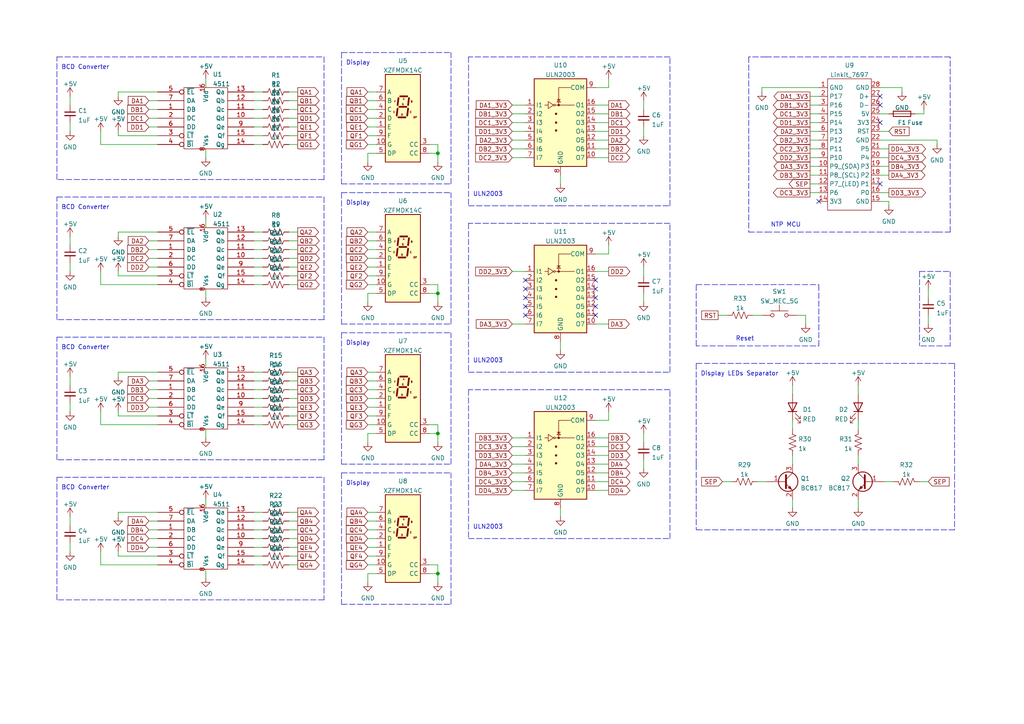
<source format=kicad_sch>
(kicad_sch (version 20211123) (generator eeschema)
  (paper "A4")
  (title_block (title "NTP Clock Project") (date "2022-01-29") (rev "1.0") (comment 1 "Design by: Nabinho") (comment 2 "> https://cretivecommons/licenses/by-sa/4.0/legalcode") (comment 3 "Creative Commons Attribution Share-Alike 4.0 License") (comment 4 "Released Under the"))
  (lib_symbols
    (symbol "4xxx_IEEE:4511" (pin_names (offset 0.762))
      (property "Reference" "U?" (at 3.81 12.7 0))
      (property "Value" "4511" (at 3.81 10.16 0))
      (symbol "4511_1_1"
        (pin input line (at -13.97 2.54 0) (length 7.62) (name "DB") (number "1"))
        (pin output line (at 13.97 0 180) (length 7.62) (name "Qd") (number "10"))
        (pin output line (at 13.97 2.54 180) (length 7.62) (name "Qc") (number "11"))
        (pin output line (at 13.97 5.08 180) (length 7.62) (name "Qb") (number "12"))
        (pin output line (at 13.97 7.62 180) (length 7.62) (name "Qa") (number "13"))
        (pin output line (at 13.97 -7.62 180) (length 7.62) (name "Qg") (number "14"))
        (pin output line (at 13.97 -5.08 180) (length 7.62) (name "Qf") (number "15"))
        (pin power_in line (at 0 8.89 270) (length 0) (name "Vdd") (number "16"))
        (pin input line (at -13.97 0 0) (length 7.62) (name "DC") (number "2"))
        (pin input inverted (at -13.97 -5.08 0) (length 7.62) (name "~{LT}") (number "3"))
        (pin input inverted (at -13.97 -7.62 0) (length 7.62) (name "~{BI}") (number "4"))
        (pin input inverted (at -13.97 7.62 0) (length 7.62) (name "~{EL}") (number "5"))
        (pin input line (at -13.97 -2.54 0) (length 7.62) (name "DD") (number "6"))
        (pin input line (at -13.97 5.08 0) (length 7.62) (name "DA") (number "7"))
        (pin power_in line (at 0 -8.89 90) (length 0) (name "Vss") (number "8"))
        (pin output line (at 13.97 -2.54 180) (length 7.62) (name "Qe") (number "9"))
      )
    )
    (symbol "Device:C_Small" (pin_numbers hide) (pin_names (offset 0.254) hide)
      (property "Reference" "C" (at 0.254 1.778 0))
      (property "Value" "C_Small" (at 0.254 -2.032 0))
      (symbol "C_Small_1_1"
        (pin passive line (at 0 2.54 270) (length 2.032) (name "~") (number "1"))
        (pin passive line (at 0 -2.54 90) (length 2.032) (name "~") (number "2"))
      )
    )
    (symbol "Device:Fuse" (pin_numbers hide) (pin_names (offset 0))
      (property "Reference" "F" (at 2.032 0 90))
      (property "Value" "Fuse" (at -1.905 0 90))
      (symbol "Fuse_1_1"
        (pin passive line (at 0 3.81 270) (length 1.27) (name "~") (number "1"))
        (pin passive line (at 0 -3.81 90) (length 1.27) (name "~") (number "2"))
      )
    )
    (symbol "Device:LED" (pin_numbers hide) (pin_names (offset 1.016) hide)
      (property "Reference" "D" (at 0 2.54 0))
      (property "Value" "LED" (at 0 -2.54 0))
      (symbol "LED_1_1"
        (pin passive line (at -3.81 0 0) (length 2.54) (name "K") (number "1"))
        (pin passive line (at 3.81 0 180) (length 2.54) (name "A") (number "2"))
      )
    )
    (symbol "Device:R_US" (pin_numbers hide) (pin_names (offset 0))
      (property "Reference" "R" (at 2.54 0 90))
      (property "Value" "R_US" (at -2.54 0 90))
      (symbol "R_US_1_1"
        (pin passive line (at 0 3.81 270) (length 1.27) (name "~") (number "1"))
        (pin passive line (at 0 -3.81 90) (length 1.27) (name "~") (number "2"))
      )
    )
    (symbol "Display_Character:D1X8K-14BL"
      (property "Reference" "U" (at -2.54 13.97 0))
      (property "Value" "D1X8K-14BL" (at 1.27 13.97 0))
      (symbol "D1X8K-14BL_0_0"
        (text "A" (at 0.254 5.588 0) (effects (font (size 0.508 0.508))))
        (text "B" (at 2.54 4.826 0) (effects (font (size 0.508 0.508))))
        (text "C" (at 2.286 1.778 0) (effects (font (size 0.508 0.508))))
        (text "D" (at -0.254 1.016 0) (effects (font (size 0.508 0.508))))
        (text "DP" (at 3.556 0.254 0) (effects (font (size 0.508 0.508))))
        (text "E" (at -2.54 1.778 0) (effects (font (size 0.508 0.508))))
        (text "F" (at -2.286 4.826 0) (effects (font (size 0.508 0.508))))
        (text "G" (at 0 4.064 0) (effects (font (size 0.508 0.508))))
      )
      (symbol "D1X8K-14BL_1_1"
        (pin input line (at -7.62 -2.54 0) (length 2.54) (name "E") (number "1"))
        (pin input line (at -7.62 -7.62 0) (length 2.54) (name "G") (number "10"))
        (pin input line (at -7.62 0 0) (length 2.54) (name "D") (number "2"))
        (pin input line (at 7.62 -7.62 180) (length 2.54) (name "CC") (number "3"))
        (pin input line (at -7.62 2.54 0) (length 2.54) (name "C") (number "4"))
        (pin input line (at -7.62 -10.16 0) (length 2.54) (name "DP") (number "5"))
        (pin input line (at -7.62 5.08 0) (length 2.54) (name "B") (number "6"))
        (pin input line (at -7.62 7.62 0) (length 2.54) (name "A") (number "7"))
        (pin input line (at 7.62 -10.16 180) (length 2.54) (name "CC") (number "8"))
        (pin input line (at -7.62 -5.08 0) (length 2.54) (name "F") (number "9"))
      )
    )
    (symbol "MCU_Nordic:Linkit_7697"
      (property "Reference" "U" (at 0 10.16 0))
      (property "Value" "Linkit_7697" (at 0 7.62 0))
      (symbol "Linkit_7697_1_1"
        (pin input line (at -8.89 3.81 0) (length 2.54) (name "GND") (number "1"))
        (pin input line (at -8.89 -19.05 0) (length 2.54) (name "P9_(SDA)") (number "10"))
        (pin input line (at -8.89 -21.59 0) (length 2.54) (name "P8_(SCL)") (number "11"))
        (pin input line (at -8.89 -24.13 0) (length 2.54) (name "P7_(LED)") (number "12"))
        (pin input line (at -8.89 -26.67 0) (length 2.54) (name "P6") (number "13"))
        (pin input line (at -8.89 -29.21 0) (length 2.54) (name "3V3") (number "14"))
        (pin input line (at 8.89 -29.21 180) (length 2.54) (name "GND") (number "15"))
        (pin input line (at 8.89 -26.67 180) (length 2.54) (name "P0") (number "16"))
        (pin input line (at 8.89 -24.13 180) (length 2.54) (name "P1") (number "17"))
        (pin input line (at 8.89 -21.59 180) (length 2.54) (name "P2") (number "18"))
        (pin input line (at 8.89 -19.05 180) (length 2.54) (name "P3") (number "19"))
        (pin input line (at -8.89 1.27 0) (length 2.54) (name "P17") (number "2"))
        (pin input line (at 8.89 -16.51 180) (length 2.54) (name "P4") (number "20"))
        (pin input line (at 8.89 -13.97 180) (length 2.54) (name "P5") (number "21"))
        (pin input line (at 8.89 -11.43 180) (length 2.54) (name "GND") (number "22"))
        (pin input line (at 8.89 -8.89 180) (length 2.54) (name "RST") (number "23"))
        (pin input line (at 8.89 -6.35 180) (length 2.54) (name "3V3") (number "24"))
        (pin input line (at 8.89 -3.81 180) (length 2.54) (name "5V") (number "25"))
        (pin input line (at 8.89 -1.27 180) (length 2.54) (name "D-") (number "26"))
        (pin input line (at 8.89 1.27 180) (length 2.54) (name "D+") (number "27"))
        (pin input line (at 8.89 3.81 180) (length 2.54) (name "GND") (number "28"))
        (pin input line (at -8.89 -1.27 0) (length 2.54) (name "P16") (number "3"))
        (pin input line (at -8.89 -3.81 0) (length 2.54) (name "P15") (number "4"))
        (pin input line (at -8.89 -6.35 0) (length 2.54) (name "P14") (number "5"))
        (pin input line (at -8.89 -8.89 0) (length 2.54) (name "P13") (number "6"))
        (pin input line (at -8.89 -11.43 0) (length 2.54) (name "P12") (number "7"))
        (pin input line (at -8.89 -13.97 0) (length 2.54) (name "P11") (number "8"))
        (pin input line (at -8.89 -16.51 0) (length 2.54) (name "P10") (number "9"))
      )
    )
    (symbol "Switch:SW_MEC_5G" (pin_numbers hide) (pin_names (offset 1.016) hide)
      (property "Reference" "SW" (at 1.27 2.54 0))
      (property "Value" "SW_MEC_5G" (at 0 -1.524 0))
      (symbol "SW_MEC_5G_0_1"
        (pin passive line (at -5.08 0 0) (length 2.54) (name "A") (number "1"))
        (pin passive line (at 5.08 0 180) (length 2.54) (name "B") (number "3"))
      )
      (symbol "SW_MEC_5G_1_1"
        (pin passive line (at -5.08 0 0) (length 2.54) hide (name "A") (number "2"))
        (pin passive line (at 5.08 0 180) (length 2.54) hide (name "B") (number "4"))
      )
    )
    (symbol "Transistor_Array:ULN2003"
      (property "Reference" "U" (at 0 15.875 0))
      (property "Value" "ULN2003" (at 0 13.97 0))
      (symbol "ULN2003_1_1"
        (pin input line (at -10.16 5.08 0) (length 2.54) (name "I1") (number "1"))
        (pin open_collector line (at 10.16 -10.16 180) (length 2.54) (name "O7") (number "10"))
        (pin open_collector line (at 10.16 -7.62 180) (length 2.54) (name "O6") (number "11"))
        (pin open_collector line (at 10.16 -5.08 180) (length 2.54) (name "O5") (number "12"))
        (pin open_collector line (at 10.16 -2.54 180) (length 2.54) (name "O4") (number "13"))
        (pin open_collector line (at 10.16 0 180) (length 2.54) (name "O3") (number "14"))
        (pin open_collector line (at 10.16 2.54 180) (length 2.54) (name "O2") (number "15"))
        (pin open_collector line (at 10.16 5.08 180) (length 2.54) (name "O1") (number "16"))
        (pin input line (at -10.16 2.54 0) (length 2.54) (name "I2") (number "2"))
        (pin input line (at -10.16 0 0) (length 2.54) (name "I3") (number "3"))
        (pin input line (at -10.16 -2.54 0) (length 2.54) (name "I4") (number "4"))
        (pin input line (at -10.16 -5.08 0) (length 2.54) (name "I5") (number "5"))
        (pin input line (at -10.16 -7.62 0) (length 2.54) (name "I6") (number "6"))
        (pin input line (at -10.16 -10.16 0) (length 2.54) (name "I7") (number "7"))
        (pin power_in line (at 0 -15.24 90) (length 2.54) (name "GND") (number "8"))
        (pin passive line (at 10.16 10.16 180) (length 2.54) (name "COM") (number "9"))
      )
    )
    (symbol "Transistor_BJT:BC817" (pin_names (offset 0) hide)
      (property "Reference" "Q" (at 5.08 1.905 0))
      (property "Value" "BC817" (at 5.08 0 0))
      (symbol "BC817_1_1"
        (pin input line (at -5.08 0 0) (length 5.715) (name "B") (number "1"))
        (pin passive line (at 2.54 -5.08 90) (length 2.54) (name "E") (number "2"))
        (pin passive line (at 2.54 5.08 270) (length 2.54) (name "C") (number "3"))
      )
    )
    (symbol "power:+5V" (power) (pin_names (offset 0))
      (property "Value" "+5V" (at 0 3.556 0))
      (symbol "+5V_1_1"
        (pin power_in line (at 0 0 90) (length 0) hide (name "+5V") (number "1"))
      )
    )
    (symbol "power:GND" (power) (pin_names (offset 0))
      (property "Value" "GND" (at 0 -3.81 0))
      (symbol "GND_1_1"
        (pin power_in line (at 0 0 270) (length 0) hide (name "GND") (number "1"))
      )
    )
  )
  (junction (at 127 85.09))
  (junction (at 127 166.37))
  (junction (at 127 44.45))
  (junction (at 127 125.73))
  (no_connect (at 255.27 53.34))
  (no_connect (at 152.4 81.28))
  (no_connect (at 152.4 83.82))
  (no_connect (at 152.4 86.36))
  (no_connect (at 152.4 88.9))
  (no_connect (at 152.4 91.44))
  (no_connect (at 172.72 91.44))
  (no_connect (at 172.72 88.9))
  (no_connect (at 172.72 86.36))
  (no_connect (at 172.72 83.82))
  (no_connect (at 172.72 81.28))
  (no_connect (at 255.27 35.56))
  (no_connect (at 237.49 58.42))
  (no_connect (at 255.27 27.94))
  (no_connect (at 255.27 30.48))
  (wire (pts (xy 73.66 74.93) (xy 76.2 74.93)))
  (wire (pts (xy 127 123.19) (xy 127 125.73)))
  (wire (pts (xy 124.46 125.73) (xy 127 125.73)))
  (wire (pts (xy 83.82 115.57) (xy 86.36 115.57)))
  (polyline (pts (xy 135.89 16.51) (xy 135.89 59.69)))
  (wire (pts (xy 43.18 31.75) (xy 45.72 31.75)))
  (wire (pts (xy 148.59 33.02) (xy 152.4 33.02)))
  (wire (pts (xy 83.82 113.03) (xy 86.36 113.03)))
  (wire (pts (xy 148.59 127) (xy 152.4 127)))
  (wire (pts (xy 106.68 80.01) (xy 109.22 80.01)))
  (polyline (pts (xy 16.51 92.71) (xy 16.51 57.15)))
  (polyline (pts (xy 194.31 113.03) (xy 135.89 113.03)))
  (wire (pts (xy 248.92 121.92) (xy 248.92 124.46)))
  (wire (pts (xy 148.59 38.1) (xy 152.4 38.1)))
  (wire (pts (xy 106.68 29.21) (xy 109.22 29.21)))
  (wire (pts (xy 248.92 132.08) (xy 248.92 134.62)))
  (polyline (pts (xy 93.98 16.51) (xy 93.98 52.07)))
  (wire (pts (xy 234.95 48.26) (xy 237.49 48.26)))
  (wire (pts (xy 73.66 120.65) (xy 76.2 120.65)))
  (wire (pts (xy 176.53 25.4) (xy 172.72 25.4)))
  (wire (pts (xy 271.78 40.64) (xy 271.78 41.91)))
  (wire (pts (xy 172.72 43.18) (xy 176.53 43.18)))
  (polyline (pts (xy 130.81 53.34) (xy 130.81 15.24)))
  (wire (pts (xy 148.59 93.98) (xy 152.4 93.98)))
  (wire (pts (xy 73.66 163.83) (xy 76.2 163.83)))
  (wire (pts (xy 186.69 29.21) (xy 186.69 31.75)))
  (wire (pts (xy 106.68 34.29) (xy 109.22 34.29)))
  (wire (pts (xy 176.53 73.66) (xy 172.72 73.66)))
  (wire (pts (xy 83.82 29.21) (xy 86.36 29.21)))
  (wire (pts (xy 43.18 158.75) (xy 45.72 158.75)))
  (wire (pts (xy 124.46 163.83) (xy 127 163.83)))
  (wire (pts (xy 127 125.73) (xy 127 128.27)))
  (wire (pts (xy 43.18 74.93) (xy 45.72 74.93)))
  (polyline (pts (xy 276.86 153.67) (xy 201.93 153.67)))
  (wire (pts (xy 233.68 93.98) (xy 233.68 91.44)))
  (wire (pts (xy 34.29 120.65) (xy 34.29 119.38)))
  (polyline (pts (xy 99.06 96.52) (xy 130.81 96.52)))
  (polyline (pts (xy 217.17 16.51) (xy 217.17 67.31)))
  (wire (pts (xy 127 85.09) (xy 127 87.63)))
  (wire (pts (xy 106.68 31.75) (xy 109.22 31.75)))
  (polyline (pts (xy 222.25 67.31) (xy 271.78 67.31)))
  (polyline (pts (xy 162.56 59.69) (xy 194.31 59.69)))
  (polyline (pts (xy 99.06 137.16) (xy 99.06 175.26)))
  (polyline (pts (xy 212.09 82.55) (xy 237.49 82.55)))
  (wire (pts (xy 59.69 83.82) (xy 59.69 86.36)))
  (polyline (pts (xy 59.69 138.43) (xy 93.98 138.43)))
  (wire (pts (xy 43.18 29.21) (xy 45.72 29.21)))
  (wire (pts (xy 248.92 111.76) (xy 248.92 114.3)))
  (wire (pts (xy 176.53 121.92) (xy 172.72 121.92)))
  (polyline (pts (xy 237.49 100.33) (xy 237.49 82.55)))
  (wire (pts (xy 83.82 156.21) (xy 86.36 156.21)))
  (polyline (pts (xy 275.59 100.33) (xy 266.7 100.33)))
  (wire (pts (xy 73.66 77.47) (xy 76.2 77.47)))
  (wire (pts (xy 148.59 43.18) (xy 152.4 43.18)))
  (polyline (pts (xy 99.06 96.52) (xy 99.06 134.62)))
  (wire (pts (xy 20.32 68.58) (xy 20.32 71.12)))
  (wire (pts (xy 220.98 25.4) (xy 220.98 26.67)))
  (wire (pts (xy 43.18 115.57) (xy 45.72 115.57)))
  (polyline (pts (xy 275.59 67.31) (xy 275.59 16.51)))
  (wire (pts (xy 106.68 148.59) (xy 109.22 148.59)))
  (wire (pts (xy 255.27 45.72) (xy 257.81 45.72)))
  (polyline (pts (xy 130.81 134.62) (xy 130.81 96.52)))
  (wire (pts (xy 248.92 144.78) (xy 248.92 147.32)))
  (wire (pts (xy 186.69 77.47) (xy 186.69 80.01)))
  (wire (pts (xy 34.29 67.31) (xy 45.72 67.31)))
  (wire (pts (xy 255.27 38.1) (xy 257.81 38.1)))
  (polyline (pts (xy 201.93 100.33) (xy 201.93 82.55)))
  (wire (pts (xy 83.82 26.67) (xy 86.36 26.67)))
  (wire (pts (xy 43.18 113.03) (xy 45.72 113.03)))
  (wire (pts (xy 267.97 33.02) (xy 267.97 31.75)))
  (polyline (pts (xy 212.09 100.33) (xy 237.49 100.33)))
  (wire (pts (xy 43.18 77.47) (xy 45.72 77.47)))
  (wire (pts (xy 255.27 55.88) (xy 257.81 55.88)))
  (wire (pts (xy 124.46 123.19) (xy 127 123.19)))
  (wire (pts (xy 43.18 36.83) (xy 45.72 36.83)))
  (wire (pts (xy 43.18 118.11) (xy 45.72 118.11)))
  (wire (pts (xy 73.66 69.85) (xy 76.2 69.85)))
  (wire (pts (xy 234.95 53.34) (xy 237.49 53.34)))
  (wire (pts (xy 73.66 110.49) (xy 76.2 110.49)))
  (wire (pts (xy 73.66 80.01) (xy 76.2 80.01)))
  (wire (pts (xy 106.68 151.13) (xy 109.22 151.13)))
  (wire (pts (xy 29.21 41.91) (xy 29.21 38.1)))
  (wire (pts (xy 20.32 27.94) (xy 20.32 30.48)))
  (wire (pts (xy 59.69 43.18) (xy 59.69 45.72)))
  (wire (pts (xy 34.29 80.01) (xy 34.29 78.74)))
  (wire (pts (xy 233.68 91.44) (xy 231.14 91.44)))
  (wire (pts (xy 20.32 109.22) (xy 20.32 111.76)))
  (wire (pts (xy 73.66 158.75) (xy 76.2 158.75)))
  (wire (pts (xy 43.18 151.13) (xy 45.72 151.13)))
  (wire (pts (xy 83.82 36.83) (xy 86.36 36.83)))
  (polyline (pts (xy 93.98 57.15) (xy 93.98 92.71)))
  (polyline (pts (xy 59.69 16.51) (xy 93.98 16.51)))
  (wire (pts (xy 73.66 107.95) (xy 76.2 107.95)))
  (wire (pts (xy 208.28 91.44) (xy 210.82 91.44)))
  (wire (pts (xy 186.69 125.73) (xy 186.69 128.27)))
  (polyline (pts (xy 99.06 55.88) (xy 99.06 93.98)))
  (wire (pts (xy 20.32 35.56) (xy 20.32 38.1)))
  (wire (pts (xy 73.66 148.59) (xy 76.2 148.59)))
  (wire (pts (xy 219.71 139.7) (xy 222.25 139.7)))
  (wire (pts (xy 83.82 72.39) (xy 86.36 72.39)))
  (polyline (pts (xy 135.89 64.77) (xy 135.89 107.95)))
  (polyline (pts (xy 99.06 15.24) (xy 99.06 53.34)))
  (wire (pts (xy 172.72 137.16) (xy 176.53 137.16)))
  (wire (pts (xy 234.95 55.88) (xy 237.49 55.88)))
  (wire (pts (xy 255.27 50.8) (xy 257.81 50.8)))
  (wire (pts (xy 209.55 139.7) (xy 212.09 139.7)))
  (polyline (pts (xy 99.06 175.26) (xy 130.81 175.26)))
  (wire (pts (xy 34.29 148.59) (xy 34.29 149.86)))
  (wire (pts (xy 73.66 41.91) (xy 76.2 41.91)))
  (wire (pts (xy 257.81 58.42) (xy 257.81 59.69)))
  (wire (pts (xy 73.66 123.19) (xy 76.2 123.19)))
  (wire (pts (xy 34.29 67.31) (xy 34.29 68.58)))
  (polyline (pts (xy 276.86 105.41) (xy 276.86 153.67)))
  (polyline (pts (xy 135.89 107.95) (xy 162.56 107.95)))
  (wire (pts (xy 106.68 74.93) (xy 109.22 74.93)))
  (polyline (pts (xy 275.59 16.51) (xy 271.78 16.51)))
  (polyline (pts (xy 16.51 57.15) (xy 59.69 57.15)))
  (polyline (pts (xy 99.06 134.62) (xy 130.81 134.62)))
  (polyline (pts (xy 99.06 53.34) (xy 130.81 53.34)))
  (wire (pts (xy 45.72 120.65) (xy 34.29 120.65)))
  (wire (pts (xy 186.69 133.35) (xy 186.69 135.89)))
  (wire (pts (xy 83.82 158.75) (xy 86.36 158.75)))
  (wire (pts (xy 106.68 82.55) (xy 109.22 82.55)))
  (wire (pts (xy 34.29 107.95) (xy 34.29 109.22)))
  (polyline (pts (xy 93.98 97.79) (xy 93.98 133.35)))
  (wire (pts (xy 73.66 72.39) (xy 76.2 72.39)))
  (wire (pts (xy 148.59 139.7) (xy 152.4 139.7)))
  (wire (pts (xy 106.68 156.21) (xy 109.22 156.21)))
  (wire (pts (xy 73.66 29.21) (xy 76.2 29.21)))
  (wire (pts (xy 83.82 39.37) (xy 86.36 39.37)))
  (wire (pts (xy 148.59 142.24) (xy 152.4 142.24)))
  (polyline (pts (xy 99.06 93.98) (xy 130.81 93.98)))
  (wire (pts (xy 59.69 124.46) (xy 59.69 127)))
  (wire (pts (xy 124.46 166.37) (xy 127 166.37)))
  (polyline (pts (xy 16.51 52.07) (xy 16.51 16.51)))
  (polyline (pts (xy 16.51 16.51) (xy 59.69 16.51)))
  (wire (pts (xy 29.21 163.83) (xy 29.21 160.02)))
  (wire (pts (xy 106.68 77.47) (xy 109.22 77.47)))
  (wire (pts (xy 34.29 107.95) (xy 45.72 107.95)))
  (wire (pts (xy 59.69 144.78) (xy 59.69 147.32)))
  (polyline (pts (xy 130.81 175.26) (xy 130.81 137.16)))
  (wire (pts (xy 106.68 118.11) (xy 109.22 118.11)))
  (wire (pts (xy 20.32 149.86) (xy 20.32 152.4)))
  (wire (pts (xy 172.72 142.24) (xy 176.53 142.24)))
  (wire (pts (xy 83.82 67.31) (xy 86.36 67.31)))
  (wire (pts (xy 106.68 67.31) (xy 109.22 67.31)))
  (wire (pts (xy 124.46 82.55) (xy 127 82.55)))
  (wire (pts (xy 234.95 45.72) (xy 237.49 45.72)))
  (polyline (pts (xy 194.31 156.21) (xy 194.31 113.03)))
  (polyline (pts (xy 194.31 59.69) (xy 194.31 16.51)))
  (wire (pts (xy 172.72 132.08) (xy 176.53 132.08)))
  (polyline (pts (xy 194.31 107.95) (xy 194.31 64.77)))
  (wire (pts (xy 45.72 41.91) (xy 29.21 41.91)))
  (wire (pts (xy 20.32 116.84) (xy 20.32 119.38)))
  (wire (pts (xy 106.68 110.49) (xy 109.22 110.49)))
  (wire (pts (xy 234.95 38.1) (xy 237.49 38.1)))
  (wire (pts (xy 176.53 71.12) (xy 176.53 73.66)))
  (polyline (pts (xy 271.78 16.51) (xy 222.25 16.51)))
  (wire (pts (xy 127 41.91) (xy 127 44.45)))
  (polyline (pts (xy 16.51 173.99) (xy 16.51 138.43)))
  (wire (pts (xy 176.53 119.38) (xy 176.53 121.92)))
  (polyline (pts (xy 93.98 52.07) (xy 16.51 52.07)))
  (wire (pts (xy 59.69 63.5) (xy 59.69 66.04)))
  (wire (pts (xy 127 82.55) (xy 127 85.09)))
  (wire (pts (xy 106.68 153.67) (xy 109.22 153.67)))
  (wire (pts (xy 73.66 34.29) (xy 76.2 34.29)))
  (wire (pts (xy 255.27 48.26) (xy 257.81 48.26)))
  (wire (pts (xy 106.68 163.83) (xy 109.22 163.83)))
  (polyline (pts (xy 201.93 82.55) (xy 212.09 82.55)))
  (polyline (pts (xy 212.09 100.33) (xy 201.93 100.33)))
  (polyline (pts (xy 275.59 78.74) (xy 275.59 100.33)))
  (wire (pts (xy 124.46 41.91) (xy 127 41.91)))
  (wire (pts (xy 73.66 26.67) (xy 76.2 26.67)))
  (wire (pts (xy 229.87 132.08) (xy 229.87 134.62)))
  (wire (pts (xy 148.59 45.72) (xy 152.4 45.72)))
  (wire (pts (xy 234.95 43.18) (xy 237.49 43.18)))
  (wire (pts (xy 172.72 78.74) (xy 176.53 78.74)))
  (wire (pts (xy 148.59 129.54) (xy 152.4 129.54)))
  (wire (pts (xy 106.68 41.91) (xy 109.22 41.91)))
  (wire (pts (xy 229.87 121.92) (xy 229.87 124.46)))
  (wire (pts (xy 59.69 165.1) (xy 59.69 167.64)))
  (wire (pts (xy 29.21 123.19) (xy 29.21 119.38)))
  (wire (pts (xy 234.95 40.64) (xy 237.49 40.64)))
  (polyline (pts (xy 271.78 67.31) (xy 275.59 67.31)))
  (wire (pts (xy 83.82 107.95) (xy 86.36 107.95)))
  (wire (pts (xy 73.66 31.75) (xy 76.2 31.75)))
  (wire (pts (xy 162.56 50.8) (xy 162.56 53.34)))
  (wire (pts (xy 172.72 93.98) (xy 176.53 93.98)))
  (wire (pts (xy 172.72 45.72) (xy 176.53 45.72)))
  (polyline (pts (xy 135.89 156.21) (xy 162.56 156.21)))
  (wire (pts (xy 83.82 41.91) (xy 86.36 41.91)))
  (wire (pts (xy 83.82 148.59) (xy 86.36 148.59)))
  (wire (pts (xy 106.68 120.65) (xy 109.22 120.65)))
  (wire (pts (xy 34.29 26.67) (xy 45.72 26.67)))
  (wire (pts (xy 45.72 80.01) (xy 34.29 80.01)))
  (wire (pts (xy 255.27 40.64) (xy 271.78 40.64)))
  (wire (pts (xy 106.68 158.75) (xy 109.22 158.75)))
  (wire (pts (xy 234.95 50.8) (xy 237.49 50.8)))
  (wire (pts (xy 106.68 36.83) (xy 109.22 36.83)))
  (wire (pts (xy 148.59 40.64) (xy 152.4 40.64)))
  (wire (pts (xy 73.66 67.31) (xy 76.2 67.31)))
  (wire (pts (xy 269.24 91.44) (xy 269.24 93.98)))
  (wire (pts (xy 234.95 33.02) (xy 237.49 33.02)))
  (wire (pts (xy 172.72 127) (xy 176.53 127)))
  (wire (pts (xy 259.08 139.7) (xy 256.54 139.7)))
  (wire (pts (xy 109.22 44.45) (xy 106.68 44.45)))
  (polyline (pts (xy 99.06 55.88) (xy 130.81 55.88)))
  (polyline (pts (xy 99.06 137.16) (xy 130.81 137.16)))
  (wire (pts (xy 218.44 91.44) (xy 220.98 91.44)))
  (wire (pts (xy 73.66 113.03) (xy 76.2 113.03)))
  (wire (pts (xy 106.68 123.19) (xy 109.22 123.19)))
  (wire (pts (xy 265.43 33.02) (xy 267.97 33.02)))
  (wire (pts (xy 43.18 34.29) (xy 45.72 34.29)))
  (polyline (pts (xy 59.69 57.15) (xy 93.98 57.15)))
  (wire (pts (xy 83.82 120.65) (xy 86.36 120.65)))
  (wire (pts (xy 45.72 39.37) (xy 34.29 39.37)))
  (wire (pts (xy 73.66 115.57) (xy 76.2 115.57)))
  (wire (pts (xy 83.82 82.55) (xy 86.36 82.55)))
  (wire (pts (xy 148.59 35.56) (xy 152.4 35.56)))
  (wire (pts (xy 73.66 36.83) (xy 76.2 36.83)))
  (polyline (pts (xy 194.31 16.51) (xy 135.89 16.51)))
  (wire (pts (xy 148.59 30.48) (xy 152.4 30.48)))
  (polyline (pts (xy 201.93 134.62) (xy 201.93 153.67)))
  (wire (pts (xy 83.82 118.11) (xy 86.36 118.11)))
  (wire (pts (xy 261.62 25.4) (xy 255.27 25.4)))
  (polyline (pts (xy 217.17 67.31) (xy 222.25 67.31)))
  (polyline (pts (xy 222.25 16.51) (xy 217.17 16.51)))
  (wire (pts (xy 73.66 39.37) (xy 76.2 39.37)))
  (polyline (pts (xy 93.98 173.99) (xy 16.51 173.99)))
  (wire (pts (xy 43.18 72.39) (xy 45.72 72.39)))
  (wire (pts (xy 255.27 58.42) (xy 257.81 58.42)))
  (polyline (pts (xy 162.56 156.21) (xy 194.31 156.21)))
  (wire (pts (xy 172.72 33.02) (xy 176.53 33.02)))
  (wire (pts (xy 34.29 161.29) (xy 34.29 160.02)))
  (wire (pts (xy 106.68 125.73) (xy 106.68 128.27)))
  (wire (pts (xy 255.27 43.18) (xy 257.81 43.18)))
  (polyline (pts (xy 135.89 59.69) (xy 162.56 59.69)))
  (polyline (pts (xy 135.89 113.03) (xy 135.89 156.21)))
  (wire (pts (xy 73.66 156.21) (xy 76.2 156.21)))
  (wire (pts (xy 43.18 156.21) (xy 45.72 156.21)))
  (wire (pts (xy 106.68 44.45) (xy 106.68 46.99)))
  (polyline (pts (xy 266.7 78.74) (xy 275.59 78.74)))
  (wire (pts (xy 83.82 153.67) (xy 86.36 153.67)))
  (polyline (pts (xy 16.51 133.35) (xy 16.51 97.79)))
  (wire (pts (xy 172.72 139.7) (xy 176.53 139.7)))
  (wire (pts (xy 73.66 161.29) (xy 76.2 161.29)))
  (wire (pts (xy 83.82 31.75) (xy 86.36 31.75)))
  (wire (pts (xy 45.72 161.29) (xy 34.29 161.29)))
  (wire (pts (xy 73.66 151.13) (xy 76.2 151.13)))
  (wire (pts (xy 83.82 123.19) (xy 86.36 123.19)))
  (wire (pts (xy 229.87 144.78) (xy 229.87 147.32)))
  (wire (pts (xy 229.87 111.76) (xy 229.87 114.3)))
  (wire (pts (xy 148.59 132.08) (xy 152.4 132.08)))
  (wire (pts (xy 124.46 85.09) (xy 127 85.09)))
  (wire (pts (xy 162.56 99.06) (xy 162.56 101.6)))
  (wire (pts (xy 34.29 39.37) (xy 34.29 38.1)))
  (wire (pts (xy 45.72 82.55) (xy 29.21 82.55)))
  (wire (pts (xy 261.62 26.67) (xy 261.62 25.4)))
  (wire (pts (xy 83.82 74.93) (xy 86.36 74.93)))
  (wire (pts (xy 83.82 161.29) (xy 86.36 161.29)))
  (wire (pts (xy 176.53 22.86) (xy 176.53 25.4)))
  (wire (pts (xy 59.69 22.86) (xy 59.69 25.4)))
  (wire (pts (xy 106.68 113.03) (xy 109.22 113.03)))
  (wire (pts (xy 234.95 27.94) (xy 237.49 27.94)))
  (wire (pts (xy 20.32 157.48) (xy 20.32 160.02)))
  (wire (pts (xy 20.32 76.2) (xy 20.32 78.74)))
  (wire (pts (xy 83.82 77.47) (xy 86.36 77.47)))
  (wire (pts (xy 172.72 134.62) (xy 176.53 134.62)))
  (wire (pts (xy 34.29 26.67) (xy 34.29 27.94)))
  (wire (pts (xy 127 163.83) (xy 127 166.37)))
  (wire (pts (xy 172.72 30.48) (xy 176.53 30.48)))
  (wire (pts (xy 172.72 38.1) (xy 176.53 38.1)))
  (wire (pts (xy 83.82 151.13) (xy 86.36 151.13)))
  (wire (pts (xy 234.95 30.48) (xy 237.49 30.48)))
  (wire (pts (xy 29.21 82.55) (xy 29.21 78.74)))
  (wire (pts (xy 106.68 69.85) (xy 109.22 69.85)))
  (wire (pts (xy 106.68 161.29) (xy 109.22 161.29)))
  (wire (pts (xy 172.72 129.54) (xy 176.53 129.54)))
  (wire (pts (xy 127 44.45) (xy 127 46.99)))
  (wire (pts (xy 106.68 85.09) (xy 106.68 87.63)))
  (wire (pts (xy 148.59 78.74) (xy 152.4 78.74)))
  (wire (pts (xy 34.29 148.59) (xy 45.72 148.59)))
  (wire (pts (xy 73.66 153.67) (xy 76.2 153.67)))
  (wire (pts (xy 83.82 110.49) (xy 86.36 110.49)))
  (wire (pts (xy 255.27 33.02) (xy 257.81 33.02)))
  (wire (pts (xy 106.68 26.67) (xy 109.22 26.67)))
  (polyline (pts (xy 59.69 97.79) (xy 93.98 97.79)))
  (polyline (pts (xy 266.7 78.74) (xy 266.7 100.33)))
  (wire (pts (xy 186.69 36.83) (xy 186.69 39.37)))
  (wire (pts (xy 73.66 118.11) (xy 76.2 118.11)))
  (wire (pts (xy 43.18 110.49) (xy 45.72 110.49)))
  (wire (pts (xy 269.24 83.82) (xy 269.24 86.36)))
  (wire (pts (xy 43.18 69.85) (xy 45.72 69.85)))
  (wire (pts (xy 106.68 166.37) (xy 106.68 168.91)))
  (polyline (pts (xy 201.93 105.41) (xy 276.86 105.41)))
  (wire (pts (xy 186.69 85.09) (xy 186.69 87.63)))
  (wire (pts (xy 106.68 72.39) (xy 109.22 72.39)))
  (polyline (pts (xy 16.51 138.43) (xy 59.69 138.43)))
  (wire (pts (xy 106.68 115.57) (xy 109.22 115.57)))
  (wire (pts (xy 148.59 137.16) (xy 152.4 137.16)))
  (wire (pts (xy 83.82 34.29) (xy 86.36 34.29)))
  (polyline (pts (xy 93.98 138.43) (xy 93.98 173.99)))
  (wire (pts (xy 45.72 163.83) (xy 29.21 163.83)))
  (wire (pts (xy 109.22 166.37) (xy 106.68 166.37)))
  (polyline (pts (xy 130.81 93.98) (xy 130.81 55.88)))
  (wire (pts (xy 109.22 125.73) (xy 106.68 125.73)))
  (wire (pts (xy 234.95 35.56) (xy 237.49 35.56)))
  (wire (pts (xy 172.72 35.56) (xy 176.53 35.56)))
  (wire (pts (xy 269.24 139.7) (xy 266.7 139.7)))
  (wire (pts (xy 43.18 153.67) (xy 45.72 153.67)))
  (wire (pts (xy 73.66 82.55) (xy 76.2 82.55)))
  (wire (pts (xy 59.69 104.14) (xy 59.69 106.68)))
  (wire (pts (xy 172.72 40.64) (xy 176.53 40.64)))
  (polyline (pts (xy 16.51 97.79) (xy 59.69 97.79)))
  (wire (pts (xy 109.22 85.09) (xy 106.68 85.09)))
  (wire (pts (xy 106.68 107.95) (xy 109.22 107.95)))
  (wire (pts (xy 127 166.37) (xy 127 168.91)))
  (polyline (pts (xy 93.98 133.35) (xy 16.51 133.35)))
  (wire (pts (xy 148.59 134.62) (xy 152.4 134.62)))
  (polyline (pts (xy 201.93 134.62) (xy 201.93 105.41)))
  (wire (pts (xy 83.82 80.01) (xy 86.36 80.01)))
  (wire (pts (xy 237.49 25.4) (xy 220.98 25.4)))
  (wire (pts (xy 162.56 147.32) (xy 162.56 149.86)))
  (polyline (pts (xy 93.98 92.71) (xy 16.51 92.71)))
  (polyline (pts (xy 162.56 107.95) (xy 194.31 107.95)))
  (wire (pts (xy 45.72 123.19) (xy 29.21 123.19)))
  (wire (pts (xy 106.68 39.37) (xy 109.22 39.37)))
  (wire (pts (xy 83.82 163.83) (xy 86.36 163.83)))
  (wire (pts (xy 83.82 69.85) (xy 86.36 69.85)))
  (polyline (pts (xy 99.06 15.24) (xy 130.81 15.24)))
  (polyline (pts (xy 194.31 64.77) (xy 135.89 64.77)))
  (wire (pts (xy 124.46 44.45) (xy 127 44.45)))
  (text "ULN2003" (at 137.16 105.41 0) (effects (font (size 1.27 1.27)) (justify left bottom)))
  (text "Display" (at 100.33 100.33 0) (effects (font (size 1.27 1.27)) (justify left bottom)))
  (text "Reset" (at 213.36 99.06 0) (effects (font (size 1.27 1.27)) (justify left bottom)))
  (text "ULN2003" (at 137.16 153.67 0) (effects (font (size 1.27 1.27)) (justify left bottom)))
  (text "Display" (at 100.33 140.97 0) (effects (font (size 1.27 1.27)) (justify left bottom)))
  (text "BCD Converter" (at 17.78 142.24 0) (effects (font (size 1.27 1.27)) (justify left bottom)))
  (text "NTP MCU" (at 223.52 66.04 0) (effects (font (size 1.27 1.27)) (justify left bottom)))
  (text "ULN2003" (at 137.16 57.15 0) (effects (font (size 1.27 1.27)) (justify left bottom)))
  (text "BCD Converter" (at 17.78 60.96 0) (effects (font (size 1.27 1.27)) (justify left bottom)))
  (text "Display LEDs Separator" (at 203.2 109.22 0) (effects (font (size 1.27 1.27)) (justify left bottom)))
  (text "BCD Converter" (at 17.78 20.32 0) (effects (font (size 1.27 1.27)) (justify left bottom)))
  (text "Display" (at 100.33 19.05 0) (effects (font (size 1.27 1.27)) (justify left bottom)))
  (text "Display" (at 100.33 59.69 0) (effects (font (size 1.27 1.27)) (justify left bottom)))
  (text "BCD Converter" (at 17.78 101.6 0) (effects (font (size 1.27 1.27)) (justify left bottom)))
  (global_label "QF3" (shape input) (at 106.68 120.65 180) (property "Intersheet References" "${INTERSHEET_REFS}" (effects hide)))
  (global_label "QA2" (shape output) (at 86.36 67.31 0) (property "Intersheet References" "${INTERSHEET_REFS}" (effects hide)))
  (global_label "QD3" (shape output) (at 86.36 115.57 0) (property "Intersheet References" "${INTERSHEET_REFS}" (effects hide)))
  (global_label "DD4_3V3" (shape output) (at 257.81 43.18 0) (property "Intersheet References" "${INTERSHEET_REFS}" (effects hide)))
  (global_label "QF1" (shape output) (at 86.36 39.37 0) (property "Intersheet References" "${INTERSHEET_REFS}" (effects hide)))
  (global_label "DB3" (shape input) (at 43.18 113.03 180) (property "Intersheet References" "${INTERSHEET_REFS}" (effects hide)))
  (global_label "QG1" (shape output) (at 86.36 41.91 0) (property "Intersheet References" "${INTERSHEET_REFS}" (effects hide)))
  (global_label "DC3_3V3" (shape input) (at 148.59 129.54 180) (property "Intersheet References" "${INTERSHEET_REFS}" (effects hide)))
  (global_label "QD4" (shape input) (at 106.68 156.21 180) (property "Intersheet References" "${INTERSHEET_REFS}" (effects hide)))
  (global_label "QA2" (shape input) (at 106.68 67.31 180) (property "Intersheet References" "${INTERSHEET_REFS}" (effects hide)))
  (global_label "DC1_3V3" (shape output) (at 234.95 33.02 180) (property "Intersheet References" "${INTERSHEET_REFS}" (effects hide)))
  (global_label "QD1" (shape output) (at 86.36 34.29 0) (property "Intersheet References" "${INTERSHEET_REFS}" (effects hide)))
  (global_label "DB1_3V3" (shape input) (at 148.59 33.02 180) (property "Intersheet References" "${INTERSHEET_REFS}" (effects hide)))
  (global_label "DB2_3V3" (shape input) (at 148.59 43.18 180) (property "Intersheet References" "${INTERSHEET_REFS}" (effects hide)))
  (global_label "QF4" (shape output) (at 86.36 161.29 0) (property "Intersheet References" "${INTERSHEET_REFS}" (effects hide)))
  (global_label "DD1" (shape input) (at 43.18 36.83 180) (property "Intersheet References" "${INTERSHEET_REFS}" (effects hide)))
  (global_label "DD3" (shape output) (at 176.53 132.08 0) (property "Intersheet References" "${INTERSHEET_REFS}" (effects hide)))
  (global_label "DD3_3V3" (shape input) (at 148.59 132.08 180) (property "Intersheet References" "${INTERSHEET_REFS}" (effects hide)))
  (global_label "QE1" (shape input) (at 106.68 36.83 180) (property "Intersheet References" "${INTERSHEET_REFS}" (effects hide)))
  (global_label "SEP" (shape output) (at 234.95 53.34 180) (property "Intersheet References" "${INTERSHEET_REFS}" (effects hide)))
  (global_label "DD2_3V3" (shape input) (at 148.59 78.74 180) (property "Intersheet References" "${INTERSHEET_REFS}" (effects hide)))
  (global_label "QG3" (shape input) (at 106.68 123.19 180) (property "Intersheet References" "${INTERSHEET_REFS}" (effects hide)))
  (global_label "DD2" (shape input) (at 43.18 77.47 180) (property "Intersheet References" "${INTERSHEET_REFS}" (effects hide)))
  (global_label "QF1" (shape input) (at 106.68 39.37 180) (property "Intersheet References" "${INTERSHEET_REFS}" (effects hide)))
  (global_label "QE4" (shape output) (at 86.36 158.75 0) (property "Intersheet References" "${INTERSHEET_REFS}" (effects hide)))
  (global_label "DD3" (shape input) (at 43.18 118.11 180) (property "Intersheet References" "${INTERSHEET_REFS}" (effects hide)))
  (global_label "QG2" (shape output) (at 86.36 82.55 0) (property "Intersheet References" "${INTERSHEET_REFS}" (effects hide)))
  (global_label "DB1" (shape input) (at 43.18 31.75 180) (property "Intersheet References" "${INTERSHEET_REFS}" (effects hide)))
  (global_label "DC4" (shape input) (at 43.18 156.21 180) (property "Intersheet References" "${INTERSHEET_REFS}" (effects hide)))
  (global_label "DA1" (shape input) (at 43.18 29.21 180) (property "Intersheet References" "${INTERSHEET_REFS}" (effects hide)))
  (global_label "DC3" (shape output) (at 176.53 129.54 0) (property "Intersheet References" "${INTERSHEET_REFS}" (effects hide)))
  (global_label "DB3_3V3" (shape input) (at 148.59 127 180) (property "Intersheet References" "${INTERSHEET_REFS}" (effects hide)))
  (global_label "DD2_3V3" (shape output) (at 234.95 45.72 180) (property "Intersheet References" "${INTERSHEET_REFS}" (effects hide)))
  (global_label "DD4_3V3" (shape input) (at 148.59 142.24 180) (property "Intersheet References" "${INTERSHEET_REFS}" (effects hide)))
  (global_label "DB3_3V3" (shape output) (at 234.95 50.8 180) (property "Intersheet References" "${INTERSHEET_REFS}" (effects hide)))
  (global_label "DB2" (shape input) (at 43.18 72.39 180) (property "Intersheet References" "${INTERSHEET_REFS}" (effects hide)))
  (global_label "QF4" (shape input) (at 106.68 161.29 180) (property "Intersheet References" "${INTERSHEET_REFS}" (effects hide)))
  (global_label "DD1_3V3" (shape output) (at 234.95 35.56 180) (property "Intersheet References" "${INTERSHEET_REFS}" (effects hide)))
  (global_label "QC4" (shape input) (at 106.68 153.67 180) (property "Intersheet References" "${INTERSHEET_REFS}" (effects hide)))
  (global_label "QG2" (shape input) (at 106.68 82.55 180) (property "Intersheet References" "${INTERSHEET_REFS}" (effects hide)))
  (global_label "DA4_3V3" (shape input) (at 148.59 134.62 180) (property "Intersheet References" "${INTERSHEET_REFS}" (effects hide)))
  (global_label "QF3" (shape output) (at 86.36 120.65 0) (property "Intersheet References" "${INTERSHEET_REFS}" (effects hide)))
  (global_label "DC2" (shape output) (at 176.53 45.72 0) (property "Intersheet References" "${INTERSHEET_REFS}" (effects hide)))
  (global_label "QC2" (shape output) (at 86.36 72.39 0) (property "Intersheet References" "${INTERSHEET_REFS}" (effects hide)))
  (global_label "DB1_3V3" (shape output) (at 234.95 30.48 180) (property "Intersheet References" "${INTERSHEET_REFS}" (effects hide)))
  (global_label "DB3" (shape output) (at 176.53 127 0) (property "Intersheet References" "${INTERSHEET_REFS}" (effects hide)))
  (global_label "QB1" (shape output) (at 86.36 29.21 0) (property "Intersheet References" "${INTERSHEET_REFS}" (effects hide)))
  (global_label "QC3" (shape output) (at 86.36 113.03 0) (property "Intersheet References" "${INTERSHEET_REFS}" (effects hide)))
  (global_label "QC1" (shape output) (at 86.36 31.75 0) (property "Intersheet References" "${INTERSHEET_REFS}" (effects hide)))
  (global_label "QC3" (shape input) (at 106.68 113.03 180) (property "Intersheet References" "${INTERSHEET_REFS}" (effects hide)))
  (global_label "DA3" (shape input) (at 43.18 110.49 180) (property "Intersheet References" "${INTERSHEET_REFS}" (effects hide)))
  (global_label "DD2" (shape output) (at 176.53 78.74 0) (property "Intersheet References" "${INTERSHEET_REFS}" (effects hide)))
  (global_label "QD1" (shape input) (at 106.68 34.29 180) (property "Intersheet References" "${INTERSHEET_REFS}" (effects hide)))
  (global_label "DB4_3V3" (shape output) (at 257.81 48.26 0) (property "Intersheet References" "${INTERSHEET_REFS}" (effects hide)))
  (global_label "DB4" (shape input) (at 43.18 153.67 180) (property "Intersheet References" "${INTERSHEET_REFS}" (effects hide)))
  (global_label "QD4" (shape output) (at 86.36 156.21 0) (property "Intersheet References" "${INTERSHEET_REFS}" (effects hide)))
  (global_label "DA2" (shape input) (at 43.18 69.85 180) (property "Intersheet References" "${INTERSHEET_REFS}" (effects hide)))
  (global_label "QA3" (shape output) (at 86.36 107.95 0) (property "Intersheet References" "${INTERSHEET_REFS}" (effects hide)))
  (global_label "DB4_3V3" (shape input) (at 148.59 137.16 180) (property "Intersheet References" "${INTERSHEET_REFS}" (effects hide)))
  (global_label "DD1_3V3" (shape input) (at 148.59 38.1 180) (property "Intersheet References" "${INTERSHEET_REFS}" (effects hide)))
  (global_label "DD3_3V3" (shape output) (at 257.81 55.88 0) (property "Intersheet References" "${INTERSHEET_REFS}" (effects hide)))
  (global_label "QD3" (shape input) (at 106.68 115.57 180) (property "Intersheet References" "${INTERSHEET_REFS}" (effects hide)))
  (global_label "DA4_3V3" (shape output) (at 257.81 50.8 0) (property "Intersheet References" "${INTERSHEET_REFS}" (effects hide)))
  (global_label "DC1" (shape input) (at 43.18 34.29 180) (property "Intersheet References" "${INTERSHEET_REFS}" (effects hide)))
  (global_label "DA2_3V3" (shape input) (at 148.59 40.64 180) (property "Intersheet References" "${INTERSHEET_REFS}" (effects hide)))
  (global_label "DC2_3V3" (shape input) (at 148.59 45.72 180) (property "Intersheet References" "${INTERSHEET_REFS}" (effects hide)))
  (global_label "QC2" (shape input) (at 106.68 72.39 180) (property "Intersheet References" "${INTERSHEET_REFS}" (effects hide)))
  (global_label "QG3" (shape output) (at 86.36 123.19 0) (property "Intersheet References" "${INTERSHEET_REFS}" (effects hide)))
  (global_label "DD1" (shape output) (at 176.53 38.1 0) (property "Intersheet References" "${INTERSHEET_REFS}" (effects hide)))
  (global_label "DA1" (shape output) (at 176.53 30.48 0) (property "Intersheet References" "${INTERSHEET_REFS}" (effects hide)))
  (global_label "DA3_3V3" (shape output) (at 234.95 48.26 180) (property "Intersheet References" "${INTERSHEET_REFS}" (effects hide)))
  (global_label "DD4" (shape input) (at 43.18 158.75 180) (property "Intersheet References" "${INTERSHEET_REFS}" (effects hide)))
  (global_label "QA1" (shape input) (at 106.68 26.67 180) (property "Intersheet References" "${INTERSHEET_REFS}" (effects hide)))
  (global_label "QC1" (shape input) (at 106.68 31.75 180) (property "Intersheet References" "${INTERSHEET_REFS}" (effects hide)))
  (global_label "DA4" (shape input) (at 43.18 151.13 180) (property "Intersheet References" "${INTERSHEET_REFS}" (effects hide)))
  (global_label "RST" (shape input) (at 257.81 38.1 0) (property "Intersheet References" "${INTERSHEET_REFS}" (effects hide)))
  (global_label "QB4" (shape input) (at 106.68 151.13 180) (property "Intersheet References" "${INTERSHEET_REFS}" (effects hide)))
  (global_label "DC1_3V3" (shape input) (at 148.59 35.56 180) (property "Intersheet References" "${INTERSHEET_REFS}" (effects hide)))
  (global_label "QG1" (shape input) (at 106.68 41.91 180) (property "Intersheet References" "${INTERSHEET_REFS}" (effects hide)))
  (global_label "DB2" (shape output) (at 176.53 43.18 0) (property "Intersheet References" "${INTERSHEET_REFS}" (effects hide)))
  (global_label "DC3" (shape input) (at 43.18 115.57 180) (property "Intersheet References" "${INTERSHEET_REFS}" (effects hide)))
  (global_label "DB1" (shape output) (at 176.53 33.02 0) (property "Intersheet References" "${INTERSHEET_REFS}" (effects hide)))
  (global_label "QB2" (shape input) (at 106.68 69.85 180) (property "Intersheet References" "${INTERSHEET_REFS}" (effects hide)))
  (global_label "RST" (shape passive) (at 208.28 91.44 180) (property "Intersheet References" "${INTERSHEET_REFS}" (effects hide)))
  (global_label "DB2_3V3" (shape output) (at 234.95 40.64 180) (property "Intersheet References" "${INTERSHEET_REFS}" (effects hide)))
  (global_label "QA4" (shape input) (at 106.68 148.59 180) (property "Intersheet References" "${INTERSHEET_REFS}" (effects hide)))
  (global_label "DA4" (shape output) (at 176.53 134.62 0) (property "Intersheet References" "${INTERSHEET_REFS}" (effects hide)))
  (global_label "DC2_3V3" (shape output) (at 234.95 43.18 180) (property "Intersheet References" "${INTERSHEET_REFS}" (effects hide)))
  (global_label "DC4_3V3" (shape input) (at 148.59 139.7 180) (property "Intersheet References" "${INTERSHEET_REFS}" (effects hide)))
  (global_label "QE2" (shape output) (at 86.36 77.47 0) (property "Intersheet References" "${INTERSHEET_REFS}" (effects hide)))
  (global_label "SEP" (shape input) (at 209.55 139.7 180) (property "Intersheet References" "${INTERSHEET_REFS}" (effects hide)))
  (global_label "QG4" (shape output) (at 86.36 163.83 0) (property "Intersheet References" "${INTERSHEET_REFS}" (effects hide)))
  (global_label "QG4" (shape input) (at 106.68 163.83 180) (property "Intersheet References" "${INTERSHEET_REFS}" (effects hide)))
  (global_label "QA1" (shape output) (at 86.36 26.67 0) (property "Intersheet References" "${INTERSHEET_REFS}" (effects hide)))
  (global_label "QA3" (shape input) (at 106.68 107.95 180) (property "Intersheet References" "${INTERSHEET_REFS}" (effects hide)))
  (global_label "DB4" (shape output) (at 176.53 137.16 0) (property "Intersheet References" "${INTERSHEET_REFS}" (effects hide)))
  (global_label "DA1_3V3" (shape output) (at 234.95 27.94 180) (property "Intersheet References" "${INTERSHEET_REFS}" (effects hide)))
  (global_label "DA2_3V3" (shape output) (at 234.95 38.1 180) (property "Intersheet References" "${INTERSHEET_REFS}" (effects hide)))
  (global_label "DC4_3V3" (shape output) (at 257.81 45.72 0) (property "Intersheet References" "${INTERSHEET_REFS}" (effects hide)))
  (global_label "QE2" (shape input) (at 106.68 77.47 180) (property "Intersheet References" "${INTERSHEET_REFS}" (effects hide)))
  (global_label "QD2" (shape input) (at 106.68 74.93 180) (property "Intersheet References" "${INTERSHEET_REFS}" (effects hide)))
  (global_label "QB4" (shape output) (at 86.36 151.13 0) (property "Intersheet References" "${INTERSHEET_REFS}" (effects hide)))
  (global_label "QB1" (shape input) (at 106.68 29.21 180) (property "Intersheet References" "${INTERSHEET_REFS}" (effects hide)))
  (global_label "QE3" (shape input) (at 106.68 118.11 180) (property "Intersheet References" "${INTERSHEET_REFS}" (effects hide)))
  (global_label "QF2" (shape input) (at 106.68 80.01 180) (property "Intersheet References" "${INTERSHEET_REFS}" (effects hide)))
  (global_label "QD2" (shape output) (at 86.36 74.93 0) (property "Intersheet References" "${INTERSHEET_REFS}" (effects hide)))
  (global_label "QB3" (shape output) (at 86.36 110.49 0) (property "Intersheet References" "${INTERSHEET_REFS}" (effects hide)))
  (global_label "QC4" (shape output) (at 86.36 153.67 0) (property "Intersheet References" "${INTERSHEET_REFS}" (effects hide)))
  (global_label "DC1" (shape output) (at 176.53 35.56 0) (property "Intersheet References" "${INTERSHEET_REFS}" (effects hide)))
  (global_label "QE4" (shape input) (at 106.68 158.75 180) (property "Intersheet References" "${INTERSHEET_REFS}" (effects hide)))
  (global_label "DD4" (shape output) (at 176.53 142.24 0) (property "Intersheet References" "${INTERSHEET_REFS}" (effects hide)))
  (global_label "QB2" (shape output) (at 86.36 69.85 0) (property "Intersheet References" "${INTERSHEET_REFS}" (effects hide)))
  (global_label "DC3_3V3" (shape output) (at 234.95 55.88 180) (property "Intersheet References" "${INTERSHEET_REFS}" (effects hide)))
  (global_label "DC2" (shape input) (at 43.18 74.93 180) (property "Intersheet References" "${INTERSHEET_REFS}" (effects hide)))
  (global_label "QB3" (shape input) (at 106.68 110.49 180) (property "Intersheet References" "${INTERSHEET_REFS}" (effects hide)))
  (global_label "DA1_3V3" (shape input) (at 148.59 30.48 180) (property "Intersheet References" "${INTERSHEET_REFS}" (effects hide)))
  (global_label "SEP" (shape input) (at 269.24 139.7 0) (property "Intersheet References" "${INTERSHEET_REFS}" (effects hide)))
  (global_label "DA2" (shape output) (at 176.53 40.64 0) (property "Intersheet References" "${INTERSHEET_REFS}" (effects hide)))
  (global_label "QE3" (shape output) (at 86.36 118.11 0) (property "Intersheet References" "${INTERSHEET_REFS}" (effects hide)))
  (global_label "DA3" (shape output) (at 176.53 93.98 0) (property "Intersheet References" "${INTERSHEET_REFS}" (effects hide)))
  (global_label "DA3_3V3" (shape input) (at 148.59 93.98 180) (property "Intersheet References" "${INTERSHEET_REFS}" (effects hide)))
  (global_label "DC4" (shape output) (at 176.53 139.7 0) (property "Intersheet References" "${INTERSHEET_REFS}" (effects hide)))
  (global_label "QF2" (shape output) (at 86.36 80.01 0) (property "Intersheet References" "${INTERSHEET_REFS}" (effects hide)))
  (global_label "QE1" (shape output) (at 86.36 36.83 0) (property "Intersheet References" "${INTERSHEET_REFS}" (effects hide)))
  (global_label "QA4" (shape output) (at 86.36 148.59 0) (property "Intersheet References" "${INTERSHEET_REFS}" (effects hide)))
  (symbol (lib_id "power:+5V") (at 59.69 104.14 0) (unit 1)
    (property "Reference" "#PWR025" (effects hide))
    (property "Value" "+5V" (at 59.69 100.5355 0))
  )
  (symbol (lib_id "power:+5V") (at 186.69 29.21 0) (unit 1)
    (property "Reference" "#PWR055" (effects hide))
    (property "Value" "+5V" (at 186.69 25.6055 0))
  )
  (symbol (lib_id "Transistor_Array:ULN2003") (at 162.56 83.82 0) (unit 1)
    (property "Reference" "U11" (at 162.56 67.1535 0))
    (property "Value" "ULN2003" (at 162.56 69.9286 0))
    (property "Footprint" "Package_SO:SO-16_5.3x10.2mm_P1.27mm" (effects hide))
    (property "Datasheet" "http://www.ti.com/lit/ds/symlink/uln2003a.pdf" (effects hide))
  )
  (symbol (lib_id "Display_Character:D1X8K-14BL") (at 116.84 74.93 0) (unit 1)
    (property "Reference" "U6" (at 116.84 58.2635 0))
    (property "Value" "XZFMDK14C" (at 116.84 61.0386 0))
    (property "Footprint" "Display_7Segment:7SEGMENT-LED__HDSM531_HDSM533_SMD" (effects hide))
    (property "Datasheet" "https://ia800903.us.archive.org/24/items/CTKD1x8K/Cromatek%20D168K.pdf" (effects hide))
  )
  (symbol (lib_id "Device:C_Small") (at 269.24 88.9 0) (unit 1)
    (property "Reference" "C5" (at 271.5641 87.9978 0) (effects (justify left)))
    (property "Value" "1uF" (at 271.5641 90.7729 0) (effects (justify left)))
    (property "Footprint" "Capacitor_SMD:C_0805_2012Metric" (effects hide))
  )
  (symbol (lib_id "power:GND") (at 127 128.27 0) (unit 1)
    (property "Reference" "#PWR035" (effects hide))
    (property "Value" "GND" (at 127 132.8325 0))
  )
  (symbol (lib_id "Device:R_US") (at 80.01 31.75 90) (unit 1)
    (property "Reference" "R3" (at 80.01 26.8945 90))
    (property "Value" "1k" (at 80.01 29.6696 90))
    (property "Footprint" "Resistor_SMD:R_0805_2012Metric" (effects hide))
  )
  (symbol (lib_id "power:GND") (at 186.69 87.63 0) (unit 1)
    (property "Reference" "#PWR058" (effects hide))
    (property "Value" "GND" (at 186.69 92.1925 0))
  )
  (symbol (lib_id "power:GND") (at 269.24 93.98 0) (unit 1)
    (property "Reference" "#PWR044" (effects hide))
    (property "Value" "GND" (at 269.24 98.5425 0))
  )
  (symbol (lib_id "Device:C_Small") (at 20.32 114.3 0) (unit 1)
    (property "Reference" "C3" (at 22.6441 113.3978 0) (effects (justify left)))
    (property "Value" "1uF" (at 22.6441 116.1729 0) (effects (justify left)))
    (property "Footprint" "Capacitor_SMD:C_0805_2012Metric" (effects hide))
  )
  (symbol (lib_id "power:+5V") (at 29.21 160.02 0) (unit 1)
    (property "Reference" "#PWR012" (effects hide))
    (property "Value" "+5V" (at 29.21 156.4155 0))
  )
  (symbol (lib_id "power:+5V") (at 20.32 27.94 0) (unit 1)
    (property "Reference" "#PWR01" (effects hide))
    (property "Value" "+5V" (at 20.32 24.3355 0))
  )
  (symbol (lib_id "Device:Fuse") (at 261.62 33.02 90) (unit 1)
    (property "Reference" "F1" (at 261.62 35.56 90))
    (property "Value" "Fuse" (at 265.43 35.56 90))
    (property "Footprint" "Fuse:Fuse_0805_2012Metric" (effects hide))
  )
  (symbol (lib_id "Device:R_US") (at 80.01 72.39 90) (unit 1)
    (property "Reference" "R10" (at 80.01 67.5345 90))
    (property "Value" "1k" (at 80.01 70.3096 90))
    (property "Footprint" "Resistor_SMD:R_0805_2012Metric" (effects hide))
  )
  (symbol (lib_id "power:+5V") (at 269.24 83.82 0) (unit 1)
    (property "Reference" "#PWR043" (effects hide))
    (property "Value" "+5V" (at 269.24 80.2155 0))
  )
  (symbol (lib_id "power:+5V") (at 267.97 31.75 0) (unit 1)
    (property "Reference" "#PWR045" (effects hide))
    (property "Value" "+5V" (at 267.97 28.1455 0))
  )
  (symbol (lib_id "4xxx_IEEE:4511") (at 59.69 156.21 0) (unit 1)
    (property "Reference" "U4" (at 61.7094 143.4805 0) (effects (justify left)))
    (property "Value" "4511" (at 61.7094 146.2556 0) (effects (justify left)))
    (property "Footprint" "Package_SO:SO-16_5.3x10.2mm_P1.27mm" (effects hide))
  )
  (symbol (lib_id "Device:R_US") (at 80.01 158.75 90) (unit 1)
    (property "Reference" "R26" (at 80.01 153.8945 90))
    (property "Value" "1k" (at 80.01 156.6696 90))
    (property "Footprint" "Resistor_SMD:R_0805_2012Metric" (effects hide))
  )
  (symbol (lib_id "Transistor_Array:ULN2003") (at 162.56 35.56 0) (unit 1)
    (property "Reference" "U10" (at 162.56 18.8935 0))
    (property "Value" "ULN2003" (at 162.56 21.6686 0))
    (property "Footprint" "Package_SO:SO-16_5.3x10.2mm_P1.27mm" (effects hide))
    (property "Datasheet" "http://www.ti.com/lit/ds/symlink/uln2003a.pdf" (effects hide))
  )
  (symbol (lib_id "Device:R_US") (at 80.01 120.65 90) (unit 1)
    (property "Reference" "R20" (at 80.01 115.7945 90))
    (property "Value" "1k" (at 80.01 118.5696 90))
    (property "Footprint" "Resistor_SMD:R_0805_2012Metric" (effects hide))
  )
  (symbol (lib_id "power:+5V") (at 20.32 68.58 0) (unit 1)
    (property "Reference" "#PWR03" (effects hide))
    (property "Value" "+5V" (at 20.32 64.9755 0))
  )
  (symbol (lib_id "power:GND") (at 271.78 41.91 0) (unit 1)
    (property "Reference" "#PWR048" (effects hide))
    (property "Value" "GND" (at 271.78 46.4725 0))
  )
  (symbol (lib_id "power:+5V") (at 29.21 38.1 0) (unit 1)
    (property "Reference" "#PWR09" (effects hide))
    (property "Value" "+5V" (at 29.21 34.4955 0))
  )
  (symbol (lib_id "power:GND") (at 106.68 46.99 0) (unit 1)
    (property "Reference" "#PWR029" (effects hide))
    (property "Value" "GND" (at 106.68 51.5525 0))
  )
  (symbol (lib_id "power:GND") (at 34.29 27.94 0) (unit 1)
    (property "Reference" "#PWR013" (effects hide))
    (property "Value" "GND" (at 34.29 32.5025 0))
  )
  (symbol (lib_id "MCU_Nordic:Linkit_7697") (at 246.38 29.21 0) (unit 1)
    (property "Reference" "U9" (at 246.38 18.9443 0))
    (property "Value" "Linkit_7697" (at 246.38 21.7194 0))
    (property "Footprint" "Connector_PinHeader_2.54mm:Linkit" (effects hide))
  )
  (symbol (lib_id "Device:R_US") (at 80.01 67.31 90) (unit 1)
    (property "Reference" "R8" (at 80.01 62.4545 90))
    (property "Value" "1k" (at 80.01 65.2296 90))
    (property "Footprint" "Resistor_SMD:R_0805_2012Metric" (effects hide))
  )
  (symbol (lib_id "power:+5V") (at 34.29 38.1 0) (unit 1)
    (property "Reference" "#PWR014" (effects hide))
    (property "Value" "+5V" (at 34.29 34.4955 0))
  )
  (symbol (lib_id "Device:R_US") (at 80.01 36.83 90) (unit 1)
    (property "Reference" "R5" (at 80.01 31.9745 90))
    (property "Value" "1k" (at 80.01 34.7496 90))
    (property "Footprint" "Resistor_SMD:R_0805_2012Metric" (effects hide))
  )
  (symbol (lib_id "power:GND") (at 162.56 149.86 0) (unit 1)
    (property "Reference" "#PWR051" (effects hide))
    (property "Value" "GND" (at 162.56 154.4225 0))
  )
  (symbol (lib_id "power:GND") (at 20.32 160.02 0) (unit 1)
    (property "Reference" "#PWR08" (effects hide))
    (property "Value" "GND" (at 20.32 164.5825 0))
  )
  (symbol (lib_id "Device:C_Small") (at 186.69 130.81 0) (unit 1)
    (property "Reference" "C8" (at 189.0141 129.9078 0) (effects (justify left)))
    (property "Value" "1uF" (at 189.0141 132.6829 0) (effects (justify left)))
    (property "Footprint" "Capacitor_SMD:C_0805_2012Metric" (effects hide))
  )
  (symbol (lib_id "power:GND") (at 106.68 168.91 0) (unit 1)
    (property "Reference" "#PWR032" (effects hide))
    (property "Value" "GND" (at 106.68 173.4725 0))
  )
  (symbol (lib_id "Transistor_BJT:BC817") (at 227.33 139.7 0) (unit 1)
    (property "Reference" "Q1" (at 232.1814 138.7915 0) (effects (justify left)))
    (property "Value" "BC817" (at 232.1814 141.5666 0) (effects (justify left)))
    (property "Footprint" "Package_TO_SOT_SMD:SOT-23" (effects hide))
    (property "Datasheet" "https://www.onsemi.com/pub/Collateral/BC818-D.pdf" (effects hide))
  )
  (symbol (lib_id "power:GND") (at 59.69 86.36 0) (unit 1)
    (property "Reference" "#PWR024" (effects hide))
    (property "Value" "GND" (at 59.69 90.9225 0))
  )
  (symbol (lib_id "power:+5V") (at 59.69 22.86 0) (unit 1)
    (property "Reference" "#PWR021" (effects hide))
    (property "Value" "+5V" (at 59.69 19.2555 0))
  )
  (symbol (lib_id "Device:R_US") (at 80.01 153.67 90) (unit 1)
    (property "Reference" "R24" (at 80.01 148.8145 90))
    (property "Value" "1k" (at 80.01 151.5896 90))
    (property "Footprint" "Resistor_SMD:R_0805_2012Metric" (effects hide))
  )
  (symbol (lib_id "Device:C_Small") (at 186.69 82.55 0) (unit 1)
    (property "Reference" "C7" (at 189.0141 81.6478 0) (effects (justify left)))
    (property "Value" "1uF" (at 189.0141 84.4229 0) (effects (justify left)))
    (property "Footprint" "Capacitor_SMD:C_0805_2012Metric" (effects hide))
  )
  (symbol (lib_id "power:+5V") (at 34.29 78.74 0) (unit 1)
    (property "Reference" "#PWR016" (effects hide))
    (property "Value" "+5V" (at 34.29 75.1355 0))
  )
  (symbol (lib_id "power:GND") (at 34.29 68.58 0) (unit 1)
    (property "Reference" "#PWR015" (effects hide))
    (property "Value" "GND" (at 34.29 73.1425 0))
  )
  (symbol (lib_id "Device:C_Small") (at 186.69 34.29 0) (unit 1)
    (property "Reference" "C6" (at 189.0141 33.3878 0) (effects (justify left)))
    (property "Value" "1uF" (at 189.0141 36.1629 0) (effects (justify left)))
    (property "Footprint" "Capacitor_SMD:C_0805_2012Metric" (effects hide))
  )
  (symbol (lib_id "power:GND") (at 186.69 135.89 0) (unit 1)
    (property "Reference" "#PWR060" (effects hide))
    (property "Value" "GND" (at 186.69 140.4525 0))
  )
  (symbol (lib_id "4xxx_IEEE:4511") (at 59.69 74.93 0) (unit 1)
    (property "Reference" "U2" (at 61.7094 62.2005 0) (effects (justify left)))
    (property "Value" "4511" (at 61.7094 64.9756 0) (effects (justify left)))
    (property "Footprint" "Package_SO:SO-16_5.3x10.2mm_P1.27mm" (effects hide))
  )
  (symbol (lib_id "Device:R_US") (at 80.01 39.37 90) (unit 1)
    (property "Reference" "R6" (at 80.01 34.5145 90))
    (property "Value" "1k" (at 80.01 37.2896 90))
    (property "Footprint" "Resistor_SMD:R_0805_2012Metric" (effects hide))
  )
  (symbol (lib_id "power:+5V") (at 176.53 22.86 0) (unit 1)
    (property "Reference" "#PWR052" (effects hide))
    (property "Value" "+5V" (at 176.53 19.2555 0))
  )
  (symbol (lib_id "power:GND") (at 220.98 26.67 0) (unit 1)
    (property "Reference" "#PWR039" (effects hide))
    (property "Value" "GND" (at 220.98 31.2325 0))
  )
  (symbol (lib_id "power:+5V") (at 248.92 111.76 0) (mirror y) (unit 1)
    (property "Reference" "#PWR041" (effects hide))
    (property "Value" "+5V" (at 248.92 108.1555 0))
  )
  (symbol (lib_id "Device:R_US") (at 80.01 77.47 90) (unit 1)
    (property "Reference" "R12" (at 80.01 72.6145 90))
    (property "Value" "1k" (at 80.01 75.3896 90))
    (property "Footprint" "Resistor_SMD:R_0805_2012Metric" (effects hide))
  )
  (symbol (lib_id "Device:R_US") (at 80.01 110.49 90) (unit 1)
    (property "Reference" "R16" (at 80.01 105.6345 90))
    (property "Value" "1k" (at 80.01 108.4096 90))
    (property "Footprint" "Resistor_SMD:R_0805_2012Metric" (effects hide))
  )
  (symbol (lib_id "4xxx_IEEE:4511") (at 59.69 115.57 0) (unit 1)
    (property "Reference" "U3" (at 61.7094 102.8405 0) (effects (justify left)))
    (property "Value" "4511" (at 61.7094 105.6156 0) (effects (justify left)))
    (property "Footprint" "Package_SO:SO-16_5.3x10.2mm_P1.27mm" (effects hide))
  )
  (symbol (lib_id "4xxx_IEEE:4511") (at 59.69 34.29 0) (unit 1)
    (property "Reference" "U1" (at 61.7094 21.5605 0) (effects (justify left)))
    (property "Value" "4511" (at 61.7094 24.3356 0) (effects (justify left)))
    (property "Footprint" "Package_SO:SO-16_5.3x10.2mm_P1.27mm" (effects hide))
  )
  (symbol (lib_id "power:+5V") (at 29.21 119.38 0) (unit 1)
    (property "Reference" "#PWR011" (effects hide))
    (property "Value" "+5V" (at 29.21 115.7755 0))
  )
  (symbol (lib_id "power:+5V") (at 176.53 71.12 0) (unit 1)
    (property "Reference" "#PWR053" (effects hide))
    (property "Value" "+5V" (at 176.53 67.5155 0))
  )
  (symbol (lib_id "Device:R_US") (at 80.01 148.59 90) (unit 1)
    (property "Reference" "R22" (at 80.01 143.7345 90))
    (property "Value" "1k" (at 80.01 146.5096 90))
    (property "Footprint" "Resistor_SMD:R_0805_2012Metric" (effects hide))
  )
  (symbol (lib_id "power:+5V") (at 29.21 78.74 0) (unit 1)
    (property "Reference" "#PWR010" (effects hide))
    (property "Value" "+5V" (at 29.21 75.1355 0))
  )
  (symbol (lib_id "Device:R_US") (at 80.01 80.01 90) (unit 1)
    (property "Reference" "R13" (at 80.01 75.1545 90))
    (property "Value" "1k" (at 80.01 77.9296 90))
    (property "Footprint" "Resistor_SMD:R_0805_2012Metric" (effects hide))
  )
  (symbol (lib_id "power:+5V") (at 20.32 149.86 0) (unit 1)
    (property "Reference" "#PWR07" (effects hide))
    (property "Value" "+5V" (at 20.32 146.2555 0))
  )
  (symbol (lib_id "Device:R_US") (at 80.01 34.29 90) (unit 1)
    (property "Reference" "R4" (at 80.01 29.4345 90))
    (property "Value" "1k" (at 80.01 32.2096 90))
    (property "Footprint" "Resistor_SMD:R_0805_2012Metric" (effects hide))
  )
  (symbol (lib_id "power:GND") (at 127 87.63 0) (unit 1)
    (property "Reference" "#PWR034" (effects hide))
    (property "Value" "GND" (at 127 92.1925 0))
  )
  (symbol (lib_id "power:GND") (at 59.69 127 0) (unit 1)
    (property "Reference" "#PWR026" (effects hide))
    (property "Value" "GND" (at 59.69 131.5625 0))
  )
  (symbol (lib_id "Switch:SW_MEC_5G") (at 226.06 91.44 0) (unit 1)
    (property "Reference" "SW1" (at 226.06 84.5525 0))
    (property "Value" "SW_MEC_5G" (at 226.06 87.3276 0))
    (property "Footprint" "Button_Switch_SMD:SW_SPST_SKQG_WithStem" (effects hide))
    (property "Datasheet" "http://www.apem.com/int/index.php?controller=attachment&id_attachment=488" (effects hide))
  )
  (symbol (lib_id "Device:R_US") (at 80.01 115.57 90) (unit 1)
    (property "Reference" "R18" (at 80.01 110.7145 90))
    (property "Value" "1k" (at 80.01 113.4896 90))
    (property "Footprint" "Resistor_SMD:R_0805_2012Metric" (effects hide))
  )
  (symbol (lib_id "Device:R_US") (at 80.01 29.21 90) (unit 1)
    (property "Reference" "R2" (at 80.01 24.3545 90))
    (property "Value" "1k" (at 80.01 27.1296 90))
    (property "Footprint" "Resistor_SMD:R_0805_2012Metric" (effects hide))
  )
  (symbol (lib_id "Device:R_US") (at 80.01 118.11 90) (unit 1)
    (property "Reference" "R19" (at 80.01 113.2545 90))
    (property "Value" "1k" (at 80.01 116.0296 90))
    (property "Footprint" "Resistor_SMD:R_0805_2012Metric" (effects hide))
  )
  (symbol (lib_id "Device:LED") (at 248.92 118.11 270) (mirror x) (unit 1)
    (property "Reference" "D2" (at 245.999 118.789 90) (effects (justify right)))
    (property "Value" "RED" (at 245.999 121.5641 90) (effects (justify right)))
    (property "Footprint" "LED_SMD:LED_0805_2012Metric" (effects hide))
  )
  (symbol (lib_id "Device:C_Small") (at 20.32 154.94 0) (unit 1)
    (property "Reference" "C4" (at 22.6441 154.0378 0) (effects (justify left)))
    (property "Value" "1uF" (at 22.6441 156.8129 0) (effects (justify left)))
    (property "Footprint" "Capacitor_SMD:C_0805_2012Metric" (effects hide))
  )
  (symbol (lib_id "Device:C_Small") (at 20.32 33.02 0) (unit 1)
    (property "Reference" "C1" (at 22.6441 32.1178 0) (effects (justify left)))
    (property "Value" "1uF" (at 22.6441 34.8929 0) (effects (justify left)))
    (property "Footprint" "Capacitor_SMD:C_0805_2012Metric" (effects hide))
  )
  (symbol (lib_id "Device:R_US") (at 80.01 82.55 90) (unit 1)
    (property "Reference" "R14" (at 80.01 77.6945 90))
    (property "Value" "1k" (at 80.01 80.4696 90))
    (property "Footprint" "Resistor_SMD:R_0805_2012Metric" (effects hide))
  )
  (symbol (lib_id "power:GND") (at 34.29 109.22 0) (unit 1)
    (property "Reference" "#PWR017" (effects hide))
    (property "Value" "GND" (at 34.29 113.7825 0))
  )
  (symbol (lib_id "Device:R_US") (at 262.89 139.7 270) (mirror x) (unit 1)
    (property "Reference" "R32" (at 262.89 134.8445 90))
    (property "Value" "1k" (at 262.89 137.6196 90))
    (property "Footprint" "Resistor_SMD:R_0805_2012Metric" (effects hide))
  )
  (symbol (lib_id "Device:R_US") (at 248.92 128.27 0) (mirror x) (unit 1)
    (property "Reference" "R31" (at 247.269 127.3615 0) (effects (justify right)))
    (property "Value" "1k" (at 247.269 130.1366 0) (effects (justify right)))
    (property "Footprint" "Resistor_SMD:R_0805_2012Metric" (effects hide))
  )
  (symbol (lib_id "power:+5V") (at 59.69 63.5 0) (unit 1)
    (property "Reference" "#PWR023" (effects hide))
    (property "Value" "+5V" (at 59.69 59.8955 0))
  )
  (symbol (lib_id "Device:R_US") (at 215.9 139.7 90) (unit 1)
    (property "Reference" "R29" (at 215.9 134.8445 90))
    (property "Value" "1k" (at 215.9 137.6196 90))
    (property "Footprint" "Resistor_SMD:R_0805_2012Metric" (effects hide))
  )
  (symbol (lib_id "power:GND") (at 106.68 87.63 0) (unit 1)
    (property "Reference" "#PWR030" (effects hide))
    (property "Value" "GND" (at 106.68 92.1925 0))
  )
  (symbol (lib_id "Device:LED") (at 229.87 118.11 90) (unit 1)
    (property "Reference" "D1" (at 232.791 118.789 90) (effects (justify right)))
    (property "Value" "RED" (at 232.791 121.5641 90) (effects (justify right)))
    (property "Footprint" "LED_SMD:LED_0805_2012Metric" (effects hide))
  )
  (symbol (lib_id "power:+5V") (at 34.29 160.02 0) (unit 1)
    (property "Reference" "#PWR020" (effects hide))
    (property "Value" "+5V" (at 34.29 156.4155 0))
  )
  (symbol (lib_id "power:GND") (at 233.68 93.98 0) (unit 1)
    (property "Reference" "#PWR040" (effects hide))
    (property "Value" "GND" (at 233.68 98.5425 0))
  )
  (symbol (lib_id "Device:R_US") (at 229.87 128.27 180) (unit 1)
    (property "Reference" "R30" (at 231.521 127.3615 0) (effects (justify right)))
    (property "Value" "1k" (at 231.521 130.1366 0) (effects (justify right)))
    (property "Footprint" "Resistor_SMD:R_0805_2012Metric" (effects hide))
  )
  (symbol (lib_id "Device:C_Small") (at 20.32 73.66 0) (unit 1)
    (property "Reference" "C2" (at 22.6441 72.7578 0) (effects (justify left)))
    (property "Value" "1uF" (at 22.6441 75.5329 0) (effects (justify left)))
    (property "Footprint" "Capacitor_SMD:C_0805_2012Metric" (effects hide))
  )
  (symbol (lib_id "power:GND") (at 106.68 128.27 0) (unit 1)
    (property "Reference" "#PWR031" (effects hide))
    (property "Value" "GND" (at 106.68 132.8325 0))
  )
  (symbol (lib_id "Device:R_US") (at 80.01 41.91 90) (unit 1)
    (property "Reference" "R7" (at 80.01 37.0545 90))
    (property "Value" "1k" (at 80.01 39.8296 90))
    (property "Footprint" "Resistor_SMD:R_0805_2012Metric" (effects hide))
  )
  (symbol (lib_id "power:GND") (at 186.69 39.37 0) (unit 1)
    (property "Reference" "#PWR056" (effects hide))
    (property "Value" "GND" (at 186.69 43.9325 0))
  )
  (symbol (lib_id "Display_Character:D1X8K-14BL") (at 116.84 34.29 0) (unit 1)
    (property "Reference" "U5" (at 116.84 17.6235 0))
    (property "Value" "XZFMDK14C" (at 116.84 20.3986 0))
    (property "Footprint" "Display_7Segment:7SEGMENT-LED__HDSM531_HDSM533_SMD" (effects hide))
    (property "Datasheet" "https://ia800903.us.archive.org/24/items/CTKD1x8K/Cromatek%20D168K.pdf" (effects hide))
  )
  (symbol (lib_id "power:GND") (at 127 46.99 0) (unit 1)
    (property "Reference" "#PWR033" (effects hide))
    (property "Value" "GND" (at 127 51.5525 0))
  )
  (symbol (lib_id "power:GND") (at 248.92 147.32 0) (mirror y) (unit 1)
    (property "Reference" "#PWR042" (effects hide))
    (property "Value" "GND" (at 248.92 151.8825 0))
  )
  (symbol (lib_id "power:GND") (at 229.87 147.32 0) (unit 1)
    (property "Reference" "#PWR038" (effects hide))
    (property "Value" "GND" (at 229.87 151.8825 0))
  )
  (symbol (lib_id "power:GND") (at 34.29 149.86 0) (unit 1)
    (property "Reference" "#PWR019" (effects hide))
    (property "Value" "GND" (at 34.29 154.4225 0))
  )
  (symbol (lib_id "power:GND") (at 20.32 38.1 0) (unit 1)
    (property "Reference" "#PWR02" (effects hide))
    (property "Value" "GND" (at 20.32 42.6625 0))
  )
  (symbol (lib_id "Device:R_US") (at 80.01 113.03 90) (unit 1)
    (property "Reference" "R17" (at 80.01 108.1745 90))
    (property "Value" "1k" (at 80.01 110.9496 90))
    (property "Footprint" "Resistor_SMD:R_0805_2012Metric" (effects hide))
  )
  (symbol (lib_id "power:+5V") (at 59.69 144.78 0) (unit 1)
    (property "Reference" "#PWR027" (effects hide))
    (property "Value" "+5V" (at 59.69 141.1755 0))
  )
  (symbol (lib_id "power:GND") (at 59.69 167.64 0) (unit 1)
    (property "Reference" "#PWR028" (effects hide))
    (property "Value" "GND" (at 59.69 172.2025 0))
  )
  (symbol (lib_id "Display_Character:D1X8K-14BL") (at 116.84 115.57 0) (unit 1)
    (property "Reference" "U7" (at 116.84 98.9035 0))
    (property "Value" "XZFMDK14C" (at 116.84 101.6786 0))
    (property "Footprint" "Display_7Segment:7SEGMENT-LED__HDSM531_HDSM533_SMD" (effects hide))
    (property "Datasheet" "https://ia800903.us.archive.org/24/items/CTKD1x8K/Cromatek%20D168K.pdf" (effects hide))
  )
  (symbol (lib_id "power:GND") (at 20.32 119.38 0) (unit 1)
    (property "Reference" "#PWR06" (effects hide))
    (property "Value" "GND" (at 20.32 123.9425 0))
  )
  (symbol (lib_id "Device:R_US") (at 80.01 156.21 90) (unit 1)
    (property "Reference" "R25" (at 80.01 151.3545 90))
    (property "Value" "1k" (at 80.01 154.1296 90))
    (property "Footprint" "Resistor_SMD:R_0805_2012Metric" (effects hide))
  )
  (symbol (lib_id "power:+5V") (at 20.32 109.22 0) (unit 1)
    (property "Reference" "#PWR05" (effects hide))
    (property "Value" "+5V" (at 20.32 105.6155 0))
  )
  (symbol (lib_id "Device:R_US") (at 80.01 163.83 90) (unit 1)
    (property "Reference" "R28" (at 80.01 158.9745 90))
    (property "Value" "1k" (at 80.01 161.7496 90))
    (property "Footprint" "Resistor_SMD:R_0805_2012Metric" (effects hide))
  )
  (symbol (lib_id "power:GND") (at 162.56 101.6 0) (unit 1)
    (property "Reference" "#PWR050" (effects hide))
    (property "Value" "GND" (at 162.56 106.1625 0))
  )
  (symbol (lib_id "Display_Character:D1X8K-14BL") (at 116.84 156.21 0) (unit 1)
    (property "Reference" "U8" (at 116.84 139.5435 0))
    (property "Value" "XZFMDK14C" (at 116.84 142.3186 0))
    (property "Footprint" "Display_7Segment:7SEGMENT-LED__HDSM531_HDSM533_SMD" (effects hide))
    (property "Datasheet" "https://ia800903.us.archive.org/24/items/CTKD1x8K/Cromatek%20D168K.pdf" (effects hide))
  )
  (symbol (lib_id "power:+5V") (at 186.69 125.73 0) (unit 1)
    (property "Reference" "#PWR059" (effects hide))
    (property "Value" "+5V" (at 186.69 122.1255 0))
  )
  (symbol (lib_id "Transistor_Array:ULN2003") (at 162.56 132.08 0) (unit 1)
    (property "Reference" "U12" (at 162.56 115.4135 0))
    (property "Value" "ULN2003" (at 162.56 118.1886 0))
    (property "Footprint" "Package_SO:SO-16_5.3x10.2mm_P1.27mm" (effects hide))
    (property "Datasheet" "http://www.ti.com/lit/ds/symlink/uln2003a.pdf" (effects hide))
  )
  (symbol (lib_id "power:GND") (at 261.62 26.67 0) (unit 1)
    (property "Reference" "#PWR047" (effects hide))
    (property "Value" "GND" (at 261.62 31.2325 0))
  )
  (symbol (lib_id "Device:R_US") (at 80.01 123.19 90) (unit 1)
    (property "Reference" "R21" (at 80.01 118.3345 90))
    (property "Value" "1k" (at 80.01 121.1096 90))
    (property "Footprint" "Resistor_SMD:R_0805_2012Metric" (effects hide))
  )
  (symbol (lib_id "power:+5V") (at 229.87 111.76 0) (unit 1)
    (property "Reference" "#PWR037" (effects hide))
    (property "Value" "+5V" (at 229.87 108.1555 0))
  )
  (symbol (lib_id "Device:R_US") (at 80.01 107.95 90) (unit 1)
    (property "Reference" "R15" (at 80.01 103.0945 90))
    (property "Value" "1k" (at 80.01 105.8696 90))
    (property "Footprint" "Resistor_SMD:R_0805_2012Metric" (effects hide))
  )
  (symbol (lib_id "Device:R_US") (at 80.01 151.13 90) (unit 1)
    (property "Reference" "R23" (at 80.01 146.2745 90))
    (property "Value" "1k" (at 80.01 149.0496 90))
    (property "Footprint" "Resistor_SMD:R_0805_2012Metric" (effects hide))
  )
  (symbol (lib_id "power:GND") (at 127 168.91 0) (unit 1)
    (property "Reference" "#PWR036" (effects hide))
    (property "Value" "GND" (at 127 173.4725 0))
  )
  (symbol (lib_id "Device:R_US") (at 80.01 74.93 90) (unit 1)
    (property "Reference" "R11" (at 80.01 70.0745 90))
    (property "Value" "1k" (at 80.01 72.8496 90))
    (property "Footprint" "Resistor_SMD:R_0805_2012Metric" (effects hide))
  )
  (symbol (lib_id "Device:R_US") (at 80.01 26.67 90) (unit 1)
    (property "Reference" "R1" (at 80.01 21.8145 90))
    (property "Value" "1k" (at 80.01 24.5896 90))
    (property "Footprint" "Resistor_SMD:R_0805_2012Metric" (effects hide))
  )
  (symbol (lib_id "Device:R_US") (at 80.01 161.29 90) (unit 1)
    (property "Reference" "R27" (at 80.01 156.4345 90))
    (property "Value" "1k" (at 80.01 159.2096 90))
    (property "Footprint" "Resistor_SMD:R_0805_2012Metric" (effects hide))
  )
  (symbol (lib_id "power:+5V") (at 34.29 119.38 0) (unit 1)
    (property "Reference" "#PWR018" (effects hide))
    (property "Value" "+5V" (at 34.29 115.7755 0))
  )
  (symbol (lib_id "power:+5V") (at 176.53 119.38 0) (unit 1)
    (property "Reference" "#PWR054" (effects hide))
    (property "Value" "+5V" (at 176.53 115.7755 0))
  )
  (symbol (lib_id "power:GND") (at 162.56 53.34 0) (unit 1)
    (property "Reference" "#PWR049" (effects hide))
    (property "Value" "GND" (at 162.56 57.9025 0))
  )
  (symbol (lib_id "power:+5V") (at 186.69 77.47 0) (unit 1)
    (property "Reference" "#PWR057" (effects hide))
    (property "Value" "+5V" (at 186.69 73.8655 0))
  )
  (symbol (lib_id "Transistor_BJT:BC817") (at 251.46 139.7 0) (mirror y) (unit 1)
    (property "Reference" "Q2" (at 246.6086 138.7915 0) (effects (justify left)))
    (property "Value" "BC817" (at 246.6086 141.5666 0) (effects (justify left)))
    (property "Footprint" "Package_TO_SOT_SMD:SOT-23" (effects hide))
    (property "Datasheet" "https://www.onsemi.com/pub/Collateral/BC818-D.pdf" (effects hide))
  )
  (symbol (lib_id "power:GND") (at 59.69 45.72 0) (unit 1)
    (property "Reference" "#PWR022" (effects hide))
    (property "Value" "GND" (at 59.69 50.2825 0))
  )
  (symbol (lib_id "Device:R_US") (at 80.01 69.85 90) (unit 1)
    (property "Reference" "R9" (at 80.01 64.9945 90))
    (property "Value" "1k" (at 80.01 67.7696 90))
    (property "Footprint" "Resistor_SMD:R_0805_2012Metric" (effects hide))
  )
  (symbol (lib_id "Device:R_US") (at 214.63 91.44 90) (unit 1)
    (property "Reference" "R33" (at 214.63 86.5845 90))
    (property "Value" "1k" (at 214.63 89.3596 90))
    (property "Footprint" "Resistor_SMD:R_0805_2012Metric" (effects hide))
  )
  (symbol (lib_id "power:GND") (at 20.32 78.74 0) (unit 1)
    (property "Reference" "#PWR04" (effects hide))
    (property "Value" "GND" (at 20.32 83.3025 0))
  )
  (symbol (lib_id "power:GND") (at 257.81 59.69 0) (unit 1)
    (property "Reference" "#PWR046" (effects hide))
    (property "Value" "GND" (at 257.81 64.2525 0))
  )
)
</source>
